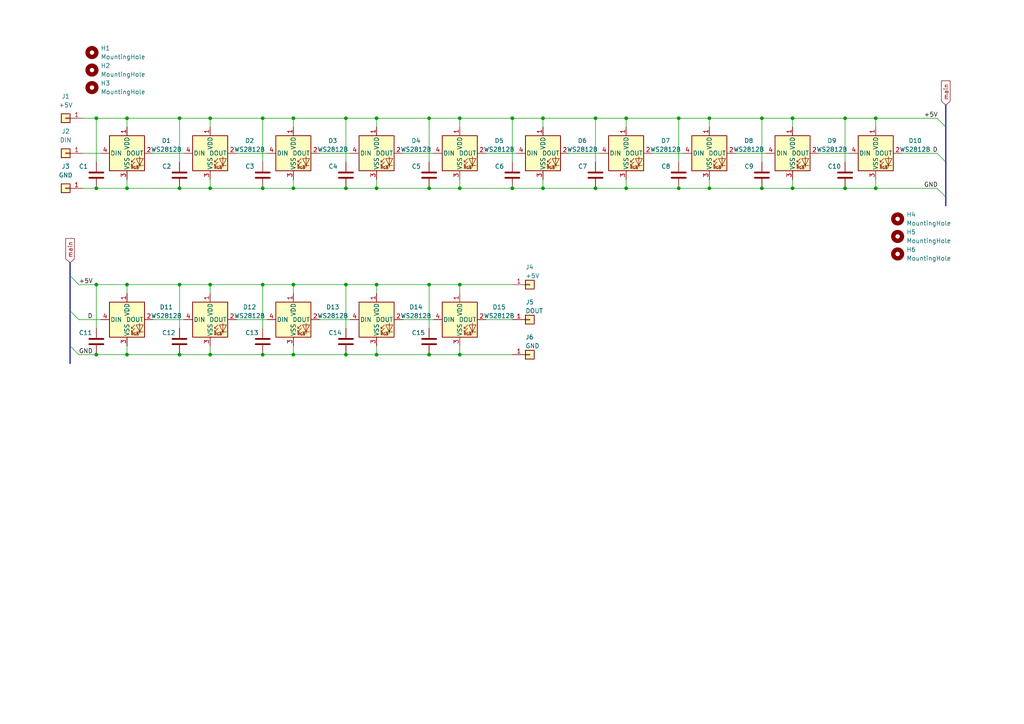
<source format=kicad_sch>
(kicad_sch (version 20230121) (generator eeschema)
  (paper "A4")
  (lib_symbols
    (symbol "Connector_Generic:Conn_01x01" (pin_names (offset 1.016) hide)
      (property "Reference" "J" (at 0 2.54 0))
      (property "Value" "Conn_01x01" (at 0 -2.54 0))
      (symbol "Conn_01x01_1_1"
        (rectangle (start -1.27 0.127) (end 0 -0.127) (stroke (width 0.1524)))
        (rectangle (start -1.27 1.27) (end 1.27 -1.27) (stroke (width 0.254)) (fill (type background)))
        (pin passive line (at -5.08 0 0) (length 3.81) (name "Pin_1") (number "1"))
      )
    )
    (symbol "Device:C" (pin_numbers hide) (pin_names (offset 0.254))
      (property "Reference" "C" (at 0.635 2.54 0))
      (property "Value" "C" (at 0.635 -2.54 0))
      (symbol "C_0_1"
        (polyline (pts (xy -2.032 -0.762) (xy 2.032 -0.762)) (stroke (width 0.508)))
        (polyline (pts (xy -2.032 0.762) (xy 2.032 0.762)) (stroke (width 0.508)))
      )
      (symbol "C_1_1"
        (pin passive line (at 0 3.81 270) (length 2.794) (name "~") (number "1"))
        (pin passive line (at 0 -3.81 90) (length 2.794) (name "~") (number "2"))
      )
    )
    (symbol "LED:WS2812B" (pin_names (offset 0.254))
      (property "Reference" "D" (at 5.08 5.715 0))
      (property "Value" "WS2812B" (at 1.27 -5.715 0))
      (symbol "WS2812B_0_0"
        (text "RGB" (at 2.286 -4.191 0) (effects (font (size 0.762 0.762))))
      )
      (symbol "WS2812B_0_1"
        (polyline (pts (xy 1.27 -3.556) (xy 1.778 -3.556)))
        (polyline (pts (xy 1.27 -2.54) (xy 1.778 -2.54)))
        (polyline (pts (xy 4.699 -3.556) (xy 2.667 -3.556)))
        (polyline (pts (xy 2.286 -2.54) (xy 1.27 -3.556) (xy 1.27 -3.048)))
        (polyline (pts (xy 2.286 -1.524) (xy 1.27 -2.54) (xy 1.27 -2.032)))
        (polyline (pts (xy 3.683 -1.016) (xy 3.683 -3.556) (xy 3.683 -4.064)))
        (polyline (pts (xy 4.699 -1.524) (xy 2.667 -1.524) (xy 3.683 -3.556) (xy 4.699 -1.524)))
        (rectangle (start 5.08 5.08) (end -5.08 -5.08) (stroke (width 0.254)) (fill (type background)))
      )
      (symbol "WS2812B_1_1"
        (pin power_in line (at 0 7.62 270) (length 2.54) (name "VDD") (number "1"))
        (pin output line (at 7.62 0 180) (length 2.54) (name "DOUT") (number "2"))
        (pin power_in line (at 0 -7.62 90) (length 2.54) (name "VSS") (number "3"))
        (pin input line (at -7.62 0 0) (length 2.54) (name "DIN") (number "4"))
      )
    )
    (symbol "Mechanical:MountingHole" (pin_names (offset 1.016))
      (property "Reference" "H" (at 0 5.08 0))
      (property "Value" "MountingHole" (at 0 3.175 0))
      (symbol "MountingHole_0_1"
        (circle (center 0 0) (radius 1.27) (stroke (width 1.27)))
      )
    )
  )
  (junction (at 52.07 102.87))
  (junction (at 205.74 54.61))
  (junction (at 172.72 54.61))
  (junction (at 124.46 54.61))
  (junction (at 60.96 34.29))
  (junction (at 196.85 34.29))
  (junction (at 85.09 82.55))
  (junction (at 148.59 34.29))
  (junction (at 60.96 54.61))
  (junction (at 100.33 34.29))
  (junction (at 100.33 102.87))
  (junction (at 52.07 82.55))
  (junction (at 109.22 54.61))
  (junction (at 172.72 34.29))
  (junction (at 27.94 34.29))
  (junction (at 254 54.61))
  (junction (at 85.09 34.29))
  (junction (at 52.07 34.29))
  (junction (at 245.11 54.61))
  (junction (at 157.48 34.29))
  (junction (at 76.2 102.87))
  (junction (at 36.83 82.55))
  (junction (at 148.59 54.61))
  (junction (at 100.33 54.61))
  (junction (at 124.46 82.55))
  (junction (at 220.98 54.61))
  (junction (at 229.87 54.61))
  (junction (at 229.87 34.29))
  (junction (at 60.96 82.55))
  (junction (at 220.98 34.29))
  (junction (at 27.94 54.61))
  (junction (at 36.83 54.61))
  (junction (at 181.61 54.61))
  (junction (at 157.48 54.61))
  (junction (at 36.83 34.29))
  (junction (at 76.2 82.55))
  (junction (at 76.2 54.61))
  (junction (at 85.09 102.87))
  (junction (at 133.35 82.55))
  (junction (at 85.09 54.61))
  (junction (at 245.11 34.29))
  (junction (at 76.2 34.29))
  (junction (at 100.33 82.55))
  (junction (at 124.46 34.29))
  (junction (at 109.22 34.29))
  (junction (at 52.07 54.61))
  (junction (at 205.74 34.29))
  (junction (at 254 34.29))
  (junction (at 27.94 102.87))
  (junction (at 181.61 34.29))
  (junction (at 133.35 102.87))
  (junction (at 60.96 102.87))
  (junction (at 109.22 82.55))
  (junction (at 124.46 102.87))
  (junction (at 36.83 102.87))
  (junction (at 196.85 54.61))
  (junction (at 133.35 54.61))
  (junction (at 133.35 34.29))
  (junction (at 109.22 102.87))
  (junction (at 27.94 82.55))
  (bus_entry (at 20.32 90.17) (size 2.54 2.54))
  (bus_entry (at 271.78 54.61) (size 2.54 2.54))
  (bus_entry (at 271.78 44.45) (size 2.54 2.54))
  (bus_entry (at 20.32 100.33) (size 2.54 2.54))
  (bus_entry (at 271.78 34.29) (size 2.54 2.54))
  (bus_entry (at 20.32 80.01) (size 2.54 2.54))
  (wire (pts (xy 76.2 102.87) (xy 85.09 102.87)))
  (wire (pts (xy 229.87 54.61) (xy 245.11 54.61)))
  (wire (pts (xy 44.45 92.71) (xy 53.34 92.71)))
  (wire (pts (xy 76.2 54.61) (xy 85.09 54.61)))
  (wire (pts (xy 52.07 102.87) (xy 60.96 102.87)))
  (wire (pts (xy 124.46 102.87) (xy 133.35 102.87)))
  (wire (pts (xy 133.35 54.61) (xy 148.59 54.61)))
  (wire (pts (xy 85.09 100.33) (xy 85.09 102.87)))
  (wire (pts (xy 24.13 54.61) (xy 27.94 54.61)))
  (wire (pts (xy 116.84 92.71) (xy 125.73 92.71)))
  (wire (pts (xy 109.22 52.07) (xy 109.22 54.61)))
  (wire (pts (xy 92.71 92.71) (xy 101.6 92.71)))
  (wire (pts (xy 68.58 44.45) (xy 77.47 44.45)))
  (wire (pts (xy 205.74 34.29) (xy 220.98 34.29)))
  (wire (pts (xy 109.22 34.29) (xy 124.46 34.29)))
  (wire (pts (xy 85.09 52.07) (xy 85.09 54.61)))
  (wire (pts (xy 100.33 82.55) (xy 109.22 82.55)))
  (wire (pts (xy 85.09 102.87) (xy 100.33 102.87)))
  (wire (pts (xy 205.74 54.61) (xy 220.98 54.61)))
  (wire (pts (xy 24.13 44.45) (xy 29.21 44.45)))
  (wire (pts (xy 124.46 34.29) (xy 124.46 46.99)))
  (wire (pts (xy 245.11 34.29) (xy 245.11 46.99)))
  (wire (pts (xy 109.22 100.33) (xy 109.22 102.87)))
  (wire (pts (xy 85.09 34.29) (xy 100.33 34.29)))
  (wire (pts (xy 76.2 34.29) (xy 76.2 46.99)))
  (wire (pts (xy 92.71 44.45) (xy 101.6 44.45)))
  (wire (pts (xy 27.94 82.55) (xy 36.83 82.55)))
  (wire (pts (xy 36.83 82.55) (xy 52.07 82.55)))
  (wire (pts (xy 133.35 52.07) (xy 133.35 54.61)))
  (wire (pts (xy 22.86 102.87) (xy 27.94 102.87)))
  (wire (pts (xy 245.11 54.61) (xy 254 54.61)))
  (wire (pts (xy 27.94 34.29) (xy 27.94 46.99)))
  (wire (pts (xy 60.96 34.29) (xy 60.96 36.83)))
  (wire (pts (xy 60.96 82.55) (xy 76.2 82.55)))
  (wire (pts (xy 254 34.29) (xy 271.78 34.29)))
  (wire (pts (xy 237.49 44.45) (xy 246.38 44.45)))
  (wire (pts (xy 245.11 34.29) (xy 254 34.29)))
  (wire (pts (xy 76.2 34.29) (xy 85.09 34.29)))
  (wire (pts (xy 22.86 82.55) (xy 27.94 82.55)))
  (wire (pts (xy 27.94 34.29) (xy 36.83 34.29)))
  (wire (pts (xy 52.07 34.29) (xy 60.96 34.29)))
  (wire (pts (xy 172.72 54.61) (xy 181.61 54.61)))
  (wire (pts (xy 85.09 54.61) (xy 100.33 54.61)))
  (wire (pts (xy 133.35 102.87) (xy 148.59 102.87)))
  (wire (pts (xy 220.98 34.29) (xy 229.87 34.29)))
  (wire (pts (xy 100.33 102.87) (xy 109.22 102.87)))
  (wire (pts (xy 124.46 54.61) (xy 133.35 54.61)))
  (wire (pts (xy 27.94 102.87) (xy 36.83 102.87)))
  (wire (pts (xy 220.98 54.61) (xy 229.87 54.61)))
  (wire (pts (xy 133.35 82.55) (xy 148.59 82.55)))
  (wire (pts (xy 140.97 44.45) (xy 149.86 44.45)))
  (bus (pts (xy 274.32 46.99) (xy 274.32 57.15)))
  (wire (pts (xy 148.59 34.29) (xy 148.59 46.99)))
  (wire (pts (xy 60.96 82.55) (xy 60.96 85.09)))
  (wire (pts (xy 124.46 82.55) (xy 124.46 95.25)))
  (wire (pts (xy 52.07 34.29) (xy 52.07 46.99)))
  (wire (pts (xy 60.96 34.29) (xy 76.2 34.29)))
  (bus (pts (xy 20.32 80.01) (xy 20.32 90.17)))
  (wire (pts (xy 229.87 34.29) (xy 245.11 34.29)))
  (wire (pts (xy 109.22 34.29) (xy 109.22 36.83)))
  (wire (pts (xy 133.35 34.29) (xy 133.35 36.83)))
  (wire (pts (xy 36.83 34.29) (xy 52.07 34.29)))
  (wire (pts (xy 157.48 34.29) (xy 157.48 36.83)))
  (bus (pts (xy 20.32 76.2) (xy 20.32 80.01)))
  (wire (pts (xy 181.61 54.61) (xy 196.85 54.61)))
  (wire (pts (xy 109.22 82.55) (xy 124.46 82.55)))
  (wire (pts (xy 36.83 100.33) (xy 36.83 102.87)))
  (wire (pts (xy 148.59 34.29) (xy 157.48 34.29)))
  (wire (pts (xy 196.85 34.29) (xy 205.74 34.29)))
  (wire (pts (xy 157.48 54.61) (xy 172.72 54.61)))
  (wire (pts (xy 76.2 82.55) (xy 76.2 95.25)))
  (wire (pts (xy 100.33 82.55) (xy 100.33 95.25)))
  (wire (pts (xy 36.83 52.07) (xy 36.83 54.61)))
  (wire (pts (xy 229.87 52.07) (xy 229.87 54.61)))
  (wire (pts (xy 36.83 34.29) (xy 36.83 36.83)))
  (wire (pts (xy 109.22 54.61) (xy 124.46 54.61)))
  (wire (pts (xy 133.35 82.55) (xy 133.35 85.09)))
  (wire (pts (xy 205.74 34.29) (xy 205.74 36.83)))
  (wire (pts (xy 133.35 34.29) (xy 148.59 34.29)))
  (wire (pts (xy 27.94 54.61) (xy 36.83 54.61)))
  (wire (pts (xy 189.23 44.45) (xy 198.12 44.45)))
  (wire (pts (xy 229.87 34.29) (xy 229.87 36.83)))
  (wire (pts (xy 44.45 44.45) (xy 53.34 44.45)))
  (wire (pts (xy 254 54.61) (xy 271.78 54.61)))
  (wire (pts (xy 172.72 34.29) (xy 172.72 46.99)))
  (wire (pts (xy 181.61 34.29) (xy 196.85 34.29)))
  (wire (pts (xy 205.74 52.07) (xy 205.74 54.61)))
  (wire (pts (xy 52.07 82.55) (xy 52.07 95.25)))
  (wire (pts (xy 220.98 34.29) (xy 220.98 46.99)))
  (wire (pts (xy 100.33 34.29) (xy 109.22 34.29)))
  (wire (pts (xy 133.35 100.33) (xy 133.35 102.87)))
  (wire (pts (xy 124.46 82.55) (xy 133.35 82.55)))
  (wire (pts (xy 181.61 34.29) (xy 181.61 36.83)))
  (wire (pts (xy 68.58 92.71) (xy 77.47 92.71)))
  (wire (pts (xy 181.61 52.07) (xy 181.61 54.61)))
  (wire (pts (xy 76.2 82.55) (xy 85.09 82.55)))
  (wire (pts (xy 196.85 54.61) (xy 205.74 54.61)))
  (wire (pts (xy 52.07 54.61) (xy 60.96 54.61)))
  (wire (pts (xy 124.46 34.29) (xy 133.35 34.29)))
  (wire (pts (xy 213.36 44.45) (xy 222.25 44.45)))
  (wire (pts (xy 100.33 34.29) (xy 100.33 46.99)))
  (wire (pts (xy 254 34.29) (xy 254 36.83)))
  (wire (pts (xy 109.22 102.87) (xy 124.46 102.87)))
  (wire (pts (xy 24.13 34.29) (xy 27.94 34.29)))
  (wire (pts (xy 85.09 82.55) (xy 100.33 82.55)))
  (wire (pts (xy 109.22 82.55) (xy 109.22 85.09)))
  (wire (pts (xy 100.33 54.61) (xy 109.22 54.61)))
  (wire (pts (xy 148.59 54.61) (xy 157.48 54.61)))
  (wire (pts (xy 36.83 82.55) (xy 36.83 85.09)))
  (wire (pts (xy 60.96 102.87) (xy 76.2 102.87)))
  (wire (pts (xy 60.96 54.61) (xy 76.2 54.61)))
  (wire (pts (xy 52.07 82.55) (xy 60.96 82.55)))
  (wire (pts (xy 22.86 92.71) (xy 29.21 92.71)))
  (wire (pts (xy 254 52.07) (xy 254 54.61)))
  (wire (pts (xy 85.09 82.55) (xy 85.09 85.09)))
  (wire (pts (xy 172.72 34.29) (xy 181.61 34.29)))
  (wire (pts (xy 27.94 82.55) (xy 27.94 95.25)))
  (wire (pts (xy 261.62 44.45) (xy 271.78 44.45)))
  (wire (pts (xy 36.83 54.61) (xy 52.07 54.61)))
  (wire (pts (xy 165.1 44.45) (xy 173.99 44.45)))
  (wire (pts (xy 157.48 34.29) (xy 172.72 34.29)))
  (wire (pts (xy 36.83 102.87) (xy 52.07 102.87)))
  (wire (pts (xy 196.85 34.29) (xy 196.85 46.99)))
  (wire (pts (xy 60.96 100.33) (xy 60.96 102.87)))
  (wire (pts (xy 157.48 52.07) (xy 157.48 54.61)))
  (bus (pts (xy 274.32 30.48) (xy 274.32 36.83)))
  (bus (pts (xy 274.32 57.15) (xy 274.32 59.69)))
  (bus (pts (xy 274.32 36.83) (xy 274.32 46.99)))
  (wire (pts (xy 60.96 52.07) (xy 60.96 54.61)))
  (wire (pts (xy 116.84 44.45) (xy 125.73 44.45)))
  (wire (pts (xy 140.97 92.71) (xy 148.59 92.71)))
  (wire (pts (xy 85.09 34.29) (xy 85.09 36.83)))
  (bus (pts (xy 20.32 90.17) (xy 20.32 100.33)))
  (bus (pts (xy 20.32 100.33) (xy 20.32 105.41)))
  (label "D" (at 25.4 92.71 0))
  (label "GND" (at 267.97 54.61 0))
  (label "GND" (at 22.86 102.87 0))
  (label "+5V" (at 267.97 34.29 0))
  (label "+5V" (at 22.86 82.55 0))
  (label "D" (at 270.51 44.45 0))
  (global_label "main" (shape input) (at 20.32 76.2 90) (property "Intersheetrefs" "${INTERSHEET_REFS}" (effects hide)))
  (global_label "main" (shape input) (at 274.32 30.48 90) (property "Intersheetrefs" "${INTERSHEET_REFS}" (effects hide)))
  (symbol (lib_id "Device:C") (at 220.98 50.8 0) (unit 1)
    (property "Reference" "C9" (at 215.9 48.26 0) (effects (justify left)))
    (property "Value" "C" (effects hide))
    (property "Footprint" "Capacitor_SMD:C_0805_2012Metric" (effects hide))
  )
  (symbol (lib_id "Device:C") (at 76.2 50.8 0) (unit 1)
    (property "Reference" "C3" (at 71.12 48.26 0) (effects (justify left)))
    (property "Value" "C" (effects hide))
    (property "Footprint" "Capacitor_SMD:C_0805_2012Metric" (effects hide))
  )
  (symbol (lib_id "Device:C") (at 52.07 99.06 0) (unit 1)
    (property "Reference" "C12" (at 46.99 96.52 0) (effects (justify left)))
    (property "Value" "C" (effects hide))
    (property "Footprint" "Capacitor_SMD:C_0805_2012Metric" (effects hide))
  )
  (symbol (lib_id "Connector_Generic:Conn_01x01") (at 153.67 102.87 0) (unit 1)
    (property "Reference" "J6" (at 152.4 97.79 0) (effects (justify left)))
    (property "Value" "GND" (at 152.4 100.33 0) (effects (justify left)))
    (property "Footprint" "Connector_Wire:SolderWirePad_1x01_SMD_1x2mm" (effects hide))
  )
  (symbol (lib_id "LED:WS2812B") (at 229.87 44.45 0) (unit 1)
    (property "Reference" "D9" (at 241.3 40.8021 0))
    (property "Value" "WS2812B" (at 241.3 43.3421 0))
    (property "Footprint" "LED_SMD:LED_WS2812B_PLCC4_5.0x5.0mm_P3.2mm" (effects hide))
    (property "Datasheet" "https://cdn-shop.adafruit.com/datasheets/WS2812B.pdf" (effects hide))
  )
  (symbol (lib_id "LED:WS2812B") (at 254 44.45 0) (unit 1)
    (property "Reference" "D10" (at 265.43 40.8021 0))
    (property "Value" "WS2812B" (at 265.43 43.3421 0))
    (property "Footprint" "LED_SMD:LED_WS2812B_PLCC4_5.0x5.0mm_P3.2mm" (effects hide))
    (property "Datasheet" "https://cdn-shop.adafruit.com/datasheets/WS2812B.pdf" (effects hide))
  )
  (symbol (lib_id "LED:WS2812B") (at 157.48 44.45 0) (unit 1)
    (property "Reference" "D6" (at 168.91 40.8021 0))
    (property "Value" "WS2812B" (at 168.91 43.3421 0))
    (property "Footprint" "LED_SMD:LED_WS2812B_PLCC4_5.0x5.0mm_P3.2mm" (effects hide))
    (property "Datasheet" "https://cdn-shop.adafruit.com/datasheets/WS2812B.pdf" (effects hide))
  )
  (symbol (lib_id "Mechanical:MountingHole") (at 26.67 15.24 0) (unit 1)
    (property "Reference" "H1" (at 29.21 13.97 0) (effects (justify left)))
    (property "Value" "MountingHole" (at 29.21 16.51 0) (effects (justify left)))
    (property "Footprint" "MountingHole:MountingHole_2.1mm" (effects hide))
  )
  (symbol (lib_id "Mechanical:MountingHole") (at 26.67 25.4 0) (unit 1)
    (property "Reference" "H3" (at 29.21 24.13 0) (effects (justify left)))
    (property "Value" "MountingHole" (at 29.21 26.67 0) (effects (justify left)))
    (property "Footprint" "MountingHole:MountingHole_2.1mm" (effects hide))
  )
  (symbol (lib_id "LED:WS2812B") (at 133.35 92.71 0) (unit 1)
    (property "Reference" "D15" (at 144.78 89.0621 0))
    (property "Value" "WS2812B" (at 144.78 91.6021 0))
    (property "Footprint" "LED_SMD:LED_WS2812B_PLCC4_5.0x5.0mm_P3.2mm" (effects hide))
    (property "Datasheet" "https://cdn-shop.adafruit.com/datasheets/WS2812B.pdf" (effects hide))
  )
  (symbol (lib_id "LED:WS2812B") (at 85.09 92.71 0) (unit 1)
    (property "Reference" "D13" (at 96.52 89.0621 0))
    (property "Value" "WS2812B" (at 96.52 91.6021 0))
    (property "Footprint" "LED_SMD:LED_WS2812B_PLCC4_5.0x5.0mm_P3.2mm" (effects hide))
    (property "Datasheet" "https://cdn-shop.adafruit.com/datasheets/WS2812B.pdf" (effects hide))
  )
  (symbol (lib_id "Device:C") (at 172.72 50.8 0) (unit 1)
    (property "Reference" "C7" (at 167.64 48.26 0) (effects (justify left)))
    (property "Value" "C" (effects hide))
    (property "Footprint" "Capacitor_SMD:C_0805_2012Metric" (effects hide))
  )
  (symbol (lib_id "Device:C") (at 124.46 50.8 0) (unit 1)
    (property "Reference" "C5" (at 119.38 48.26 0) (effects (justify left)))
    (property "Value" "C" (effects hide))
    (property "Footprint" "Capacitor_SMD:C_0805_2012Metric" (effects hide))
  )
  (symbol (lib_id "Mechanical:MountingHole") (at 260.35 63.5 0) (unit 1)
    (property "Reference" "H4" (at 262.89 62.23 0) (effects (justify left)))
    (property "Value" "MountingHole" (at 262.89 64.77 0) (effects (justify left)))
    (property "Footprint" "MountingHole:MountingHole_2.1mm" (effects hide))
  )
  (symbol (lib_id "Device:C") (at 100.33 99.06 0) (unit 1)
    (property "Reference" "C14" (at 95.25 96.52 0) (effects (justify left)))
    (property "Value" "C" (effects hide))
    (property "Footprint" "Capacitor_SMD:C_0805_2012Metric" (effects hide))
  )
  (symbol (lib_id "Device:C") (at 124.46 99.06 0) (unit 1)
    (property "Reference" "C15" (at 119.38 96.52 0) (effects (justify left)))
    (property "Value" "C" (effects hide))
    (property "Footprint" "Capacitor_SMD:C_0805_2012Metric" (effects hide))
  )
  (symbol (lib_id "Device:C") (at 196.85 50.8 0) (unit 1)
    (property "Reference" "C8" (at 191.77 48.26 0) (effects (justify left)))
    (property "Value" "C" (effects hide))
    (property "Footprint" "Capacitor_SMD:C_0805_2012Metric" (effects hide))
  )
  (symbol (lib_id "Mechanical:MountingHole") (at 260.35 73.66 0) (unit 1)
    (property "Reference" "H6" (at 262.89 72.39 0) (effects (justify left)))
    (property "Value" "MountingHole" (at 262.89 74.93 0) (effects (justify left)))
    (property "Footprint" "MountingHole:MountingHole_2.1mm" (effects hide))
  )
  (symbol (lib_id "Device:C") (at 148.59 50.8 0) (unit 1)
    (property "Reference" "C6" (at 143.51 48.26 0) (effects (justify left)))
    (property "Value" "C" (effects hide))
    (property "Footprint" "Capacitor_SMD:C_0805_2012Metric" (effects hide))
  )
  (symbol (lib_id "LED:WS2812B") (at 109.22 44.45 0) (unit 1)
    (property "Reference" "D4" (at 120.65 40.8021 0))
    (property "Value" "WS2812B" (at 120.65 43.3421 0))
    (property "Footprint" "LED_SMD:LED_WS2812B_PLCC4_5.0x5.0mm_P3.2mm" (effects hide))
    (property "Datasheet" "https://cdn-shop.adafruit.com/datasheets/WS2812B.pdf" (effects hide))
  )
  (symbol (lib_id "LED:WS2812B") (at 36.83 92.71 0) (unit 1)
    (property "Reference" "D11" (at 48.26 89.0621 0))
    (property "Value" "WS2812B" (at 48.26 91.6021 0))
    (property "Footprint" "LED_SMD:LED_WS2812B_PLCC4_5.0x5.0mm_P3.2mm" (effects hide))
    (property "Datasheet" "https://cdn-shop.adafruit.com/datasheets/WS2812B.pdf" (effects hide))
  )
  (symbol (lib_id "Device:C") (at 27.94 50.8 0) (unit 1)
    (property "Reference" "C1" (at 22.86 48.26 0) (effects (justify left)))
    (property "Value" "C" (effects hide))
    (property "Footprint" "Capacitor_SMD:C_0805_2012Metric" (effects hide))
  )
  (symbol (lib_id "Connector_Generic:Conn_01x01") (at 153.67 92.71 0) (unit 1)
    (property "Reference" "J5" (at 153.67 87.63 0))
    (property "Value" "DOUT" (at 154.94 90.17 0))
    (property "Footprint" "Connector_Wire:SolderWirePad_1x01_SMD_1x2mm" (effects hide))
  )
  (symbol (lib_id "LED:WS2812B") (at 60.96 92.71 0) (unit 1)
    (property "Reference" "D12" (at 72.39 89.0621 0))
    (property "Value" "WS2812B" (at 72.39 91.6021 0))
    (property "Footprint" "LED_SMD:LED_WS2812B_PLCC4_5.0x5.0mm_P3.2mm" (effects hide))
    (property "Datasheet" "https://cdn-shop.adafruit.com/datasheets/WS2812B.pdf" (effects hide))
  )
  (symbol (lib_id "Mechanical:MountingHole") (at 26.67 20.32 0) (unit 1)
    (property "Reference" "H2" (at 29.21 19.05 0) (effects (justify left)))
    (property "Value" "MountingHole" (at 29.21 21.59 0) (effects (justify left)))
    (property "Footprint" "MountingHole:MountingHole_2.1mm" (effects hide))
  )
  (symbol (lib_id "LED:WS2812B") (at 109.22 92.71 0) (unit 1)
    (property "Reference" "D14" (at 120.65 89.0621 0))
    (property "Value" "WS2812B" (at 120.65 91.6021 0))
    (property "Footprint" "LED_SMD:LED_WS2812B_PLCC4_5.0x5.0mm_P3.2mm" (effects hide))
    (property "Datasheet" "https://cdn-shop.adafruit.com/datasheets/WS2812B.pdf" (effects hide))
  )
  (symbol (lib_id "LED:WS2812B") (at 205.74 44.45 0) (unit 1)
    (property "Reference" "D8" (at 217.17 40.8021 0))
    (property "Value" "WS2812B" (at 217.17 43.3421 0))
    (property "Footprint" "LED_SMD:LED_WS2812B_PLCC4_5.0x5.0mm_P3.2mm" (effects hide))
    (property "Datasheet" "https://cdn-shop.adafruit.com/datasheets/WS2812B.pdf" (effects hide))
  )
  (symbol (lib_id "Connector_Generic:Conn_01x01") (at 153.67 82.55 0) (unit 1)
    (property "Reference" "J4" (at 152.4 77.47 0) (effects (justify left)))
    (property "Value" "+5V" (at 152.4 80.01 0) (effects (justify left)))
    (property "Footprint" "Connector_Wire:SolderWirePad_1x01_SMD_1x2mm" (effects hide))
  )
  (symbol (lib_id "Device:C") (at 100.33 50.8 0) (unit 1)
    (property "Reference" "C4" (at 95.25 48.26 0) (effects (justify left)))
    (property "Value" "C" (effects hide))
    (property "Footprint" "Capacitor_SMD:C_0805_2012Metric" (effects hide))
  )
  (symbol (lib_id "Connector_Generic:Conn_01x01") (at 19.05 44.45 180) (unit 1)
    (property "Reference" "J2" (at 19.05 38.1 0))
    (property "Value" "DIN" (at 19.05 40.64 0))
    (property "Footprint" "Connector_Wire:SolderWirePad_1x01_SMD_1x2mm" (effects hide))
  )
  (symbol (lib_id "LED:WS2812B") (at 60.96 44.45 0) (unit 1)
    (property "Reference" "D2" (at 72.39 40.8021 0))
    (property "Value" "WS2812B" (at 72.39 43.3421 0))
    (property "Footprint" "LED_SMD:LED_WS2812B_PLCC4_5.0x5.0mm_P3.2mm" (effects hide))
    (property "Datasheet" "https://cdn-shop.adafruit.com/datasheets/WS2812B.pdf" (effects hide))
  )
  (symbol (lib_id "Mechanical:MountingHole") (at 260.35 68.58 0) (unit 1)
    (property "Reference" "H5" (at 262.89 67.31 0) (effects (justify left)))
    (property "Value" "MountingHole" (at 262.89 69.85 0) (effects (justify left)))
    (property "Footprint" "MountingHole:MountingHole_2.1mm" (effects hide))
  )
  (symbol (lib_id "LED:WS2812B") (at 181.61 44.45 0) (unit 1)
    (property "Reference" "D7" (at 193.04 40.8021 0))
    (property "Value" "WS2812B" (at 193.04 43.3421 0))
    (property "Footprint" "LED_SMD:LED_WS2812B_PLCC4_5.0x5.0mm_P3.2mm" (effects hide))
    (property "Datasheet" "https://cdn-shop.adafruit.com/datasheets/WS2812B.pdf" (effects hide))
  )
  (symbol (lib_id "LED:WS2812B") (at 85.09 44.45 0) (unit 1)
    (property "Reference" "D3" (at 96.52 40.8021 0))
    (property "Value" "WS2812B" (at 96.52 43.3421 0))
    (property "Footprint" "LED_SMD:LED_WS2812B_PLCC4_5.0x5.0mm_P3.2mm" (effects hide))
    (property "Datasheet" "https://cdn-shop.adafruit.com/datasheets/WS2812B.pdf" (effects hide))
  )
  (symbol (lib_id "Device:C") (at 27.94 99.06 0) (unit 1)
    (property "Reference" "C11" (at 22.86 96.52 0) (effects (justify left)))
    (property "Value" "C" (effects hide))
    (property "Footprint" "Capacitor_SMD:C_0805_2012Metric" (effects hide))
  )
  (symbol (lib_id "LED:WS2812B") (at 133.35 44.45 0) (unit 1)
    (property "Reference" "D5" (at 144.78 40.8021 0))
    (property "Value" "WS2812B" (at 144.78 43.3421 0))
    (property "Footprint" "LED_SMD:LED_WS2812B_PLCC4_5.0x5.0mm_P3.2mm" (effects hide))
    (property "Datasheet" "https://cdn-shop.adafruit.com/datasheets/WS2812B.pdf" (effects hide))
  )
  (symbol (lib_id "Device:C") (at 52.07 50.8 0) (unit 1)
    (property "Reference" "C2" (at 46.99 48.26 0) (effects (justify left)))
    (property "Value" "C" (effects hide))
    (property "Footprint" "Capacitor_SMD:C_0805_2012Metric" (effects hide))
  )
  (symbol (lib_id "LED:WS2812B") (at 36.83 44.45 0) (unit 1)
    (property "Reference" "D1" (at 48.26 40.8021 0))
    (property "Value" "WS2812B" (at 48.26 43.3421 0))
    (property "Footprint" "LED_SMD:LED_WS2812B_PLCC4_5.0x5.0mm_P3.2mm" (effects hide))
    (property "Datasheet" "https://cdn-shop.adafruit.com/datasheets/WS2812B.pdf" (effects hide))
  )
  (symbol (lib_id "Connector_Generic:Conn_01x01") (at 19.05 54.61 180) (unit 1)
    (property "Reference" "J3" (at 19.05 48.26 0))
    (property "Value" "GND" (at 19.05 50.8 0))
    (property "Footprint" "Connector_Wire:SolderWirePad_1x01_SMD_1x2mm" (effects hide))
  )
  (symbol (lib_id "Device:C") (at 245.11 50.8 0) (unit 1)
    (property "Reference" "C10" (at 240.03 48.26 0) (effects (justify left)))
    (property "Value" "C" (effects hide))
    (property "Footprint" "Capacitor_SMD:C_0805_2012Metric" (effects hide))
  )
  (symbol (lib_id "Device:C") (at 76.2 99.06 0) (unit 1)
    (property "Reference" "C13" (at 71.12 96.52 0) (effects (justify left)))
    (property "Value" "C" (effects hide))
    (property "Footprint" "Capacitor_SMD:C_0805_2012Metric" (effects hide))
  )
  (symbol (lib_id "Connector_Generic:Conn_01x01") (at 19.05 34.29 180) (unit 1)
    (property "Reference" "J1" (at 19.05 27.94 0))
    (property "Value" "+5V" (at 19.05 30.48 0))
    (property "Footprint" "Connector_Wire:SolderWirePad_1x01_SMD_1x2mm" (effects hide))
  )
)
</source>
